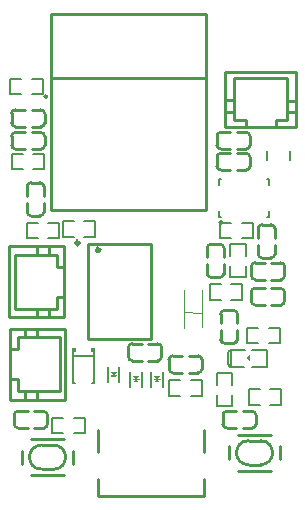
<source format=gto>
G04 Layer: TopSilkscreenLayer*
G04 EasyEDA v6.5.44, 2024-08-04 19:31:39*
G04 8096e950b96f4993ae864095ad5b81d7,d882a8cb847549dbb05e31b2b695811d,10*
G04 Gerber Generator version 0.2*
G04 Scale: 100 percent, Rotated: No, Reflected: No *
G04 Dimensions in inches *
G04 leading zeros omitted , absolute positions ,3 integer and 6 decimal *
%FSLAX36Y36*%
%MOIN*%

%ADD10C,0.0100*%
%ADD11C,0.0032*%
%ADD12C,0.0051*%
%ADD13C,0.0039*%
%ADD14C,0.0060*%
%ADD15C,0.0059*%
%ADD16C,0.0079*%
%ADD17C,0.0098*%
%ADD18C,0.0118*%
%ADD19C,0.0110*%

%LPD*%
G36*
X670000Y2420000D02*
G01*
X659000Y2411000D01*
X681000Y2411000D01*
G37*
G36*
X659000Y2429000D02*
G01*
X670000Y2420000D01*
X681000Y2429000D01*
G37*
G36*
X745000Y2405000D02*
G01*
X734000Y2396000D01*
X756000Y2396000D01*
G37*
G36*
X734000Y2414000D02*
G01*
X745000Y2405000D01*
X756000Y2414000D01*
G37*
G36*
X815000Y2405000D02*
G01*
X804000Y2396000D01*
X826000Y2396000D01*
G37*
G36*
X804000Y2414000D02*
G01*
X815000Y2405000D01*
X826000Y2414000D01*
G37*
G36*
X594900Y2508180D02*
G01*
X594900Y2496180D01*
X609460Y2496180D01*
X609460Y2508180D01*
G37*
G36*
X530540Y2508180D02*
G01*
X530540Y2496180D01*
X545100Y2496180D01*
X545100Y2508180D01*
G37*
G36*
X1124720Y2489160D02*
G01*
X1114500Y2475000D01*
X1124340Y2460820D01*
G37*
D10*
X829724Y2510738D02*
G01*
X829724Y2479241D01*
X786033Y2522937D02*
G01*
X817529Y2522937D01*
X786033Y2467046D02*
G01*
X817529Y2467046D01*
X763361Y2523166D02*
G01*
X731864Y2523166D01*
X719666Y2510969D02*
G01*
X719666Y2479474D01*
X763361Y2467276D02*
G01*
X731864Y2467276D01*
X964724Y2470738D02*
G01*
X964724Y2439241D01*
X921033Y2482937D02*
G01*
X952529Y2482937D01*
X921033Y2427046D02*
G01*
X952529Y2427046D01*
X898361Y2483166D02*
G01*
X866864Y2483166D01*
X854666Y2470969D02*
G01*
X854666Y2439474D01*
X898361Y2427276D02*
G01*
X866864Y2427276D01*
X449724Y2285738D02*
G01*
X449724Y2254241D01*
X406033Y2297937D02*
G01*
X437528Y2297937D01*
X406033Y2242046D02*
G01*
X437528Y2242046D01*
X383360Y2298166D02*
G01*
X351864Y2298166D01*
X339666Y2285969D02*
G01*
X339666Y2254474D01*
X383360Y2242276D02*
G01*
X351864Y2242276D01*
X1144724Y2285738D02*
G01*
X1144724Y2254241D01*
X1101033Y2297937D02*
G01*
X1132529Y2297937D01*
X1101033Y2242046D02*
G01*
X1132529Y2242046D01*
X1078361Y2298166D02*
G01*
X1046864Y2298166D01*
X1034666Y2285969D02*
G01*
X1034666Y2254474D01*
X1078361Y2242276D02*
G01*
X1046864Y2242276D01*
X394261Y3059724D02*
G01*
X425758Y3059724D01*
X382062Y3016033D02*
G01*
X382062Y3047528D01*
X437953Y3016033D02*
G01*
X437953Y3047528D01*
X381833Y2993361D02*
G01*
X381833Y2961864D01*
X394030Y2949666D02*
G01*
X425525Y2949666D01*
X437723Y2993361D02*
G01*
X437723Y2961864D01*
X330275Y3259261D02*
G01*
X330275Y3290758D01*
X373966Y3247062D02*
G01*
X342471Y3247062D01*
X373966Y3302953D02*
G01*
X342471Y3302953D01*
X396639Y3246833D02*
G01*
X428135Y3246833D01*
X440333Y3259031D02*
G01*
X440333Y3290526D01*
X396639Y3302723D02*
G01*
X428135Y3302723D01*
X330275Y3184261D02*
G01*
X330275Y3215758D01*
X373966Y3172062D02*
G01*
X342471Y3172062D01*
X373966Y3227953D02*
G01*
X342471Y3227953D01*
X396639Y3171833D02*
G01*
X428135Y3171833D01*
X440333Y3184031D02*
G01*
X440333Y3215526D01*
X396639Y3227723D02*
G01*
X428135Y3227723D01*
X1039260Y2634724D02*
G01*
X1070757Y2634724D01*
X1027061Y2591033D02*
G01*
X1027061Y2622528D01*
X1082953Y2591033D02*
G01*
X1082953Y2622528D01*
X1026832Y2568361D02*
G01*
X1026832Y2536864D01*
X1039031Y2524666D02*
G01*
X1070525Y2524666D01*
X1082722Y2568361D02*
G01*
X1082722Y2536864D01*
X994260Y2854724D02*
G01*
X1025757Y2854724D01*
X982061Y2811033D02*
G01*
X982061Y2842528D01*
X1037953Y2811033D02*
G01*
X1037953Y2842528D01*
X981832Y2788361D02*
G01*
X981832Y2756864D01*
X994031Y2744666D02*
G01*
X1025525Y2744666D01*
X1037722Y2788361D02*
G01*
X1037722Y2756864D01*
D11*
X966499Y2578000D02*
G01*
X966499Y2701999D01*
X903500Y2576999D02*
G01*
X903500Y2703000D01*
X966499Y2627264D02*
G01*
X903500Y2627411D01*
D10*
X1124724Y3215738D02*
G01*
X1124724Y3184241D01*
X1081033Y3227937D02*
G01*
X1112529Y3227937D01*
X1081033Y3172046D02*
G01*
X1112529Y3172046D01*
X1058361Y3228166D02*
G01*
X1026864Y3228166D01*
X1014666Y3215969D02*
G01*
X1014666Y3184474D01*
X1058361Y3172276D02*
G01*
X1026864Y3172276D01*
X1124724Y3145738D02*
G01*
X1124724Y3114241D01*
X1081033Y3157937D02*
G01*
X1112529Y3157937D01*
X1081033Y3102046D02*
G01*
X1112529Y3102046D01*
X1058361Y3158166D02*
G01*
X1026864Y3158166D01*
X1014666Y3145969D02*
G01*
X1014666Y3114474D01*
X1058361Y3102276D02*
G01*
X1026864Y3102276D01*
X1164260Y2919724D02*
G01*
X1195757Y2919724D01*
X1152061Y2876033D02*
G01*
X1152061Y2907528D01*
X1207953Y2876033D02*
G01*
X1207953Y2907528D01*
X1151832Y2853361D02*
G01*
X1151832Y2821864D01*
X1164031Y2809666D02*
G01*
X1195525Y2809666D01*
X1207722Y2853361D02*
G01*
X1207722Y2821864D01*
X1239724Y2780738D02*
G01*
X1239724Y2749241D01*
X1196033Y2792937D02*
G01*
X1227529Y2792937D01*
X1196033Y2737046D02*
G01*
X1227529Y2737046D01*
X1173361Y2793166D02*
G01*
X1141864Y2793166D01*
X1129666Y2780969D02*
G01*
X1129666Y2749474D01*
X1173361Y2737276D02*
G01*
X1141864Y2737276D01*
X1239724Y2695738D02*
G01*
X1239724Y2664241D01*
X1196033Y2707937D02*
G01*
X1227529Y2707937D01*
X1196033Y2652046D02*
G01*
X1227529Y2652046D01*
X1173361Y2708166D02*
G01*
X1141864Y2708166D01*
X1129666Y2695969D02*
G01*
X1129666Y2664474D01*
X1173361Y2652276D02*
G01*
X1141864Y2652276D01*
D12*
X689684Y2445590D02*
G01*
X689684Y2394409D01*
X650315Y2445590D02*
G01*
X650315Y2394409D01*
D13*
X679000Y2420000D02*
G01*
X660000Y2420000D01*
D12*
X764684Y2430590D02*
G01*
X764684Y2379409D01*
X725315Y2430590D02*
G01*
X725315Y2379409D01*
D13*
X754000Y2405000D02*
G01*
X735000Y2405000D01*
D12*
X834684Y2430590D02*
G01*
X834684Y2379409D01*
X795315Y2430590D02*
G01*
X795315Y2379409D01*
D13*
X823999Y2405000D02*
G01*
X805000Y2405000D01*
D14*
X606464Y2499180D02*
G01*
X606464Y2390819D01*
X606464Y2390819D02*
G01*
X596898Y2390819D01*
X533535Y2499180D02*
G01*
X533535Y2390819D01*
X533535Y2390819D02*
G01*
X543101Y2390819D01*
X606464Y2483063D02*
G01*
X533535Y2483063D01*
D15*
X1105433Y2446260D02*
G01*
X1060158Y2446260D01*
X1060158Y2503346D01*
X1107402Y2503346D01*
X1131810Y2503739D02*
G01*
X1180630Y2503739D01*
X1180630Y2446653D01*
X1131810Y2446653D01*
X1060158Y2446260D02*
G01*
X1058976Y2446260D01*
X1051102Y2454133D01*
X1051102Y2494290D01*
X1052283Y2495471D01*
X1060158Y2503346D01*
D14*
X1013991Y2353220D02*
G01*
X1013991Y2315468D01*
X1066008Y2315468D01*
X1066008Y2353220D01*
X1013991Y2386779D02*
G01*
X1013991Y2424531D01*
X1066008Y2424531D01*
X1066008Y2386779D01*
X893220Y2401008D02*
G01*
X855469Y2401008D01*
X855469Y2348991D01*
X893220Y2348991D01*
X926779Y2401008D02*
G01*
X964530Y2401008D01*
X964530Y2348991D01*
X926779Y2348991D01*
X536779Y2223991D02*
G01*
X574531Y2223991D01*
X574531Y2276008D01*
X536779Y2276008D01*
X503220Y2223991D02*
G01*
X465468Y2223991D01*
X465468Y2276008D01*
X503220Y2276008D01*
X1191779Y2318991D02*
G01*
X1229530Y2318991D01*
X1229530Y2371008D01*
X1191779Y2371008D01*
X1158220Y2318991D02*
G01*
X1120469Y2318991D01*
X1120469Y2371008D01*
X1158220Y2371008D01*
X368220Y3156008D02*
G01*
X330468Y3156008D01*
X330468Y3103991D01*
X368220Y3103991D01*
X401779Y3156008D02*
G01*
X439531Y3156008D01*
X439531Y3103991D01*
X401779Y3103991D01*
X363220Y3406008D02*
G01*
X325468Y3406008D01*
X325468Y3353991D01*
X363220Y3353991D01*
X396779Y3406008D02*
G01*
X434531Y3406008D01*
X434531Y3353991D01*
X396779Y3353991D01*
X538220Y2931008D02*
G01*
X500468Y2931008D01*
X500468Y2878991D01*
X538220Y2878991D01*
X571779Y2931008D02*
G01*
X609531Y2931008D01*
X609531Y2878991D01*
X571779Y2878991D01*
X451779Y2873991D02*
G01*
X489531Y2873991D01*
X489531Y2926008D01*
X451779Y2926008D01*
X418220Y2873991D02*
G01*
X380468Y2873991D01*
X380468Y2926008D01*
X418220Y2926008D01*
X1096779Y2873991D02*
G01*
X1134530Y2873991D01*
X1134530Y2926008D01*
X1096779Y2926008D01*
X1063220Y2873991D02*
G01*
X1025469Y2873991D01*
X1025469Y2926008D01*
X1063220Y2926008D01*
X1111008Y2816779D02*
G01*
X1111008Y2854531D01*
X1058991Y2854531D01*
X1058991Y2816779D01*
X1111008Y2783220D02*
G01*
X1111008Y2745468D01*
X1058991Y2745468D01*
X1058991Y2783220D01*
X1061779Y2668991D02*
G01*
X1099530Y2668991D01*
X1099530Y2721008D01*
X1061779Y2721008D01*
X1028220Y2668991D02*
G01*
X990469Y2668991D01*
X990469Y2721008D01*
X1028220Y2721008D01*
X1153220Y2576008D02*
G01*
X1115469Y2576008D01*
X1115469Y2523991D01*
X1153220Y2523991D01*
X1186779Y2576008D02*
G01*
X1224530Y2576008D01*
X1224530Y2523991D01*
X1186779Y2523991D01*
D10*
X430000Y2185000D02*
G01*
X470000Y2185000D01*
X430000Y2105000D02*
G01*
X470000Y2105000D01*
X536610Y2166410D02*
G01*
X536610Y2123589D01*
X503796Y2204994D02*
G01*
X396203Y2204994D01*
X363389Y2166410D02*
G01*
X363389Y2123589D01*
X395626Y2083980D02*
G01*
X504373Y2083980D01*
X1120000Y2200000D02*
G01*
X1160000Y2200000D01*
X1120000Y2120000D02*
G01*
X1160000Y2120000D01*
X1226610Y2181410D02*
G01*
X1226610Y2138589D01*
X1193796Y2219994D02*
G01*
X1086203Y2219994D01*
X1053389Y2181410D02*
G01*
X1053389Y2138589D01*
X1085626Y2098980D02*
G01*
X1194373Y2098980D01*
X979843Y2969528D02*
G01*
X979844Y3623072D01*
X979844Y3410471D02*
G01*
X460156Y3410471D01*
X460156Y3623072D02*
G01*
X979844Y3623072D01*
X460156Y2969528D02*
G01*
X460156Y3623072D01*
X460156Y2969528D02*
G01*
X979843Y2969528D01*
X795000Y2855000D02*
G01*
X585000Y2855000D01*
X585000Y2540000D01*
X795000Y2540000D01*
X795000Y2855000D01*
X350000Y2505039D02*
G01*
X324133Y2505039D01*
X350000Y2405000D02*
G01*
X324133Y2405000D01*
X350000Y2544409D02*
G01*
X350000Y2505039D01*
X350000Y2365590D02*
G01*
X350000Y2404960D01*
X490000Y2365590D02*
G01*
X490000Y2544409D01*
X324133Y2336889D02*
G01*
X324133Y2573110D01*
X414121Y2544409D02*
G01*
X414121Y2573110D01*
X375549Y2544409D02*
G01*
X375549Y2573110D01*
X490000Y2544409D02*
G01*
X350000Y2544409D01*
X324133Y2573110D02*
G01*
X509171Y2573110D01*
X374836Y2336889D02*
G01*
X374836Y2365590D01*
X413407Y2336889D02*
G01*
X413407Y2365590D01*
X350000Y2365590D02*
G01*
X490000Y2365590D01*
X509171Y2336889D02*
G01*
X509171Y2573110D01*
X324133Y2336889D02*
G01*
X509171Y2336889D01*
X480000Y2679960D02*
G01*
X505866Y2679960D01*
X480000Y2780000D02*
G01*
X505866Y2780000D01*
X480000Y2640590D02*
G01*
X480000Y2679960D01*
X480000Y2819409D02*
G01*
X480000Y2780039D01*
X340000Y2819409D02*
G01*
X340000Y2640590D01*
X505866Y2848110D02*
G01*
X505866Y2611889D01*
X415878Y2640590D02*
G01*
X415878Y2611889D01*
X454450Y2640590D02*
G01*
X454450Y2611889D01*
X340000Y2640590D02*
G01*
X480000Y2640590D01*
X505866Y2611889D02*
G01*
X320828Y2611889D01*
X455163Y2848110D02*
G01*
X455163Y2819409D01*
X416592Y2848110D02*
G01*
X416592Y2819409D01*
X480000Y2819409D02*
G01*
X340000Y2819409D01*
X320828Y2848110D02*
G01*
X320828Y2611889D01*
X505866Y2848110D02*
G01*
X320828Y2848110D01*
X1109961Y3270000D02*
G01*
X1109961Y3244133D01*
X1210000Y3270000D02*
G01*
X1210000Y3244133D01*
X1070591Y3270000D02*
G01*
X1109961Y3270000D01*
X1249408Y3270000D02*
G01*
X1210038Y3270000D01*
X1249408Y3410000D02*
G01*
X1070591Y3410000D01*
X1278109Y3244133D02*
G01*
X1041890Y3244133D01*
X1070591Y3334121D02*
G01*
X1041890Y3334121D01*
X1070591Y3295549D02*
G01*
X1041890Y3295549D01*
X1070591Y3410000D02*
G01*
X1070591Y3270000D01*
X1041890Y3244133D02*
G01*
X1041890Y3429171D01*
X1278109Y3294836D02*
G01*
X1249408Y3294836D01*
X1278109Y3333407D02*
G01*
X1249408Y3333407D01*
X1249408Y3270000D02*
G01*
X1249408Y3410000D01*
X1278109Y3429171D02*
G01*
X1041890Y3429171D01*
X1278109Y3244133D02*
G01*
X1278109Y3429171D01*
D16*
X1187677Y3053307D02*
G01*
X1187677Y3072991D01*
X1180983Y3072991D01*
X1187677Y2966693D02*
G01*
X1187677Y2947008D01*
X1180983Y2947008D01*
X1022322Y3053307D02*
G01*
X1022322Y3072991D01*
X1029016Y3072991D01*
X1029016Y2947008D02*
G01*
X1022322Y2947008D01*
X1022322Y2966693D01*
X1259369Y3164522D02*
G01*
X1259369Y3135477D01*
X1180630Y3164522D02*
G01*
X1180630Y3135477D01*
D10*
X619056Y2160839D02*
G01*
X619056Y2234182D01*
X971023Y2014447D02*
G01*
X619056Y2014447D01*
X619056Y2072766D01*
X971023Y2160826D02*
G01*
X971023Y2234196D01*
X971023Y2014447D02*
G01*
X971023Y2072779D01*
G75*
G01*
X719665Y2510969D02*
G02*
X731863Y2523167I12198J0D01*
G75*
G01*
X731863Y2467275D02*
G02*
X719665Y2479474I0J12198D01*
G75*
G01*
X817527Y2522938D02*
G02*
X829725Y2510739I0J-12198D01*
G75*
G01*
X829725Y2479244D02*
G02*
X817527Y2467046I-12198J0D01*
G75*
G01*
X854665Y2470969D02*
G02*
X866863Y2483167I12198J0D01*
G75*
G01*
X866863Y2427275D02*
G02*
X854665Y2439474I0J12198D01*
G75*
G01*
X952527Y2482938D02*
G02*
X964725Y2470739I0J-12198D01*
G75*
G01*
X964725Y2439244D02*
G02*
X952527Y2427046I-12198J0D01*
G75*
G01*
X339665Y2285969D02*
G02*
X351863Y2298167I12198J0D01*
G75*
G01*
X351863Y2242275D02*
G02*
X339665Y2254474I0J12198D01*
G75*
G01*
X437527Y2297938D02*
G02*
X449725Y2285739I0J-12198D01*
G75*
G01*
X449725Y2254244D02*
G02*
X437527Y2242046I-12198J0D01*
G75*
G01*
X1034665Y2285969D02*
G02*
X1046863Y2298167I12198J0D01*
G75*
G01*
X1046863Y2242275D02*
G02*
X1034665Y2254474I0J12198D01*
G75*
G01*
X1132527Y2297938D02*
G02*
X1144725Y2285739I0J-12198D01*
G75*
G01*
X1144725Y2254244D02*
G02*
X1132527Y2242046I-12198J0D01*
G75*
G01*
X394031Y2949665D02*
G02*
X381833Y2961863I0J12198D01*
G75*
G01*
X437725Y2961863D02*
G02*
X425526Y2949665I-12198J0D01*
G75*
G01*
X382062Y3047527D02*
G02*
X394261Y3059725I12198J0D01*
G75*
G01*
X425756Y3059725D02*
G02*
X437954Y3047527I0J-12198D01*
G75*
G01*
X440335Y3259031D02*
G02*
X428137Y3246833I-12198J0D01*
G75*
G01*
X428137Y3302725D02*
G02*
X440335Y3290526I0J-12198D01*
G75*
G01*
X342473Y3247062D02*
G02*
X330275Y3259261I0J12198D01*
G75*
G01*
X330275Y3290756D02*
G02*
X342473Y3302954I12198J0D01*
G75*
G01*
X440335Y3184031D02*
G02*
X428137Y3171833I-12198J0D01*
G75*
G01*
X428137Y3227725D02*
G02*
X440335Y3215526I0J-12198D01*
G75*
G01*
X342473Y3172062D02*
G02*
X330275Y3184261I0J12198D01*
G75*
G01*
X330275Y3215756D02*
G02*
X342473Y3227954I12198J0D01*
G75*
G01*
X1039031Y2524665D02*
G02*
X1026833Y2536863I0J12198D01*
G75*
G01*
X1082725Y2536863D02*
G02*
X1070526Y2524665I-12198J0D01*
G75*
G01*
X1027062Y2622527D02*
G02*
X1039261Y2634725I12198J0D01*
G75*
G01*
X1070756Y2634725D02*
G02*
X1082954Y2622527I0J-12198D01*
G75*
G01*
X994031Y2744665D02*
G02*
X981833Y2756863I0J12198D01*
G75*
G01*
X1037725Y2756863D02*
G02*
X1025526Y2744665I-12198J0D01*
G75*
G01*
X982062Y2842527D02*
G02*
X994261Y2854725I12198J0D01*
G75*
G01*
X1025756Y2854725D02*
G02*
X1037954Y2842527I0J-12198D01*
G75*
G01*
X1014665Y3215969D02*
G02*
X1026863Y3228167I12198J0D01*
G75*
G01*
X1026863Y3172275D02*
G02*
X1014665Y3184474I0J12198D01*
G75*
G01*
X1112527Y3227938D02*
G02*
X1124725Y3215739I0J-12198D01*
G75*
G01*
X1124725Y3184244D02*
G02*
X1112527Y3172046I-12198J0D01*
G75*
G01*
X1014665Y3145969D02*
G02*
X1026863Y3158167I12198J0D01*
G75*
G01*
X1026863Y3102275D02*
G02*
X1014665Y3114474I0J12198D01*
G75*
G01*
X1112527Y3157938D02*
G02*
X1124725Y3145739I0J-12198D01*
G75*
G01*
X1124725Y3114244D02*
G02*
X1112527Y3102046I-12198J0D01*
G75*
G01*
X1164031Y2809665D02*
G02*
X1151833Y2821863I0J12198D01*
G75*
G01*
X1207725Y2821863D02*
G02*
X1195526Y2809665I-12198J0D01*
G75*
G01*
X1152062Y2907527D02*
G02*
X1164261Y2919725I12198J0D01*
G75*
G01*
X1195756Y2919725D02*
G02*
X1207954Y2907527I0J-12198D01*
G75*
G01*
X1129665Y2780969D02*
G02*
X1141863Y2793167I12198J0D01*
G75*
G01*
X1141863Y2737275D02*
G02*
X1129665Y2749474I0J12198D01*
G75*
G01*
X1227527Y2792938D02*
G02*
X1239725Y2780739I0J-12198D01*
G75*
G01*
X1239725Y2749244D02*
G02*
X1227527Y2737046I-12198J0D01*
G75*
G01*
X1129665Y2695969D02*
G02*
X1141863Y2708167I12198J0D01*
G75*
G01*
X1141863Y2652275D02*
G02*
X1129665Y2664474I0J12198D01*
G75*
G01*
X1227527Y2707938D02*
G02*
X1239725Y2695739I0J-12198D01*
G75*
G01*
X1239725Y2664244D02*
G02*
X1227527Y2652046I-12198J0D01*
G75*
G01*
X470000Y2185000D02*
G02*
X470000Y2105000I0J-40000D01*
G75*
G01*
X430000Y2105000D02*
G02*
X430000Y2185000I0J40000D01*
G75*
G01*
X1160000Y2200000D02*
G02*
X1160000Y2120000I0J-40000D01*
G75*
G01*
X1120000Y2120000D02*
G02*
X1120000Y2200000I0J40000D01*
D17*
G75*
G01*
X1028200Y2932200D02*
G03*
X1028300Y2932200I50J-4921D01*
D10*
G75*
G01
X448350Y3347480D02*
G03X448350Y3347480I-3940J0D01*
D18*
G75*
G01
X624300Y2835750D02*
G03X624300Y2835750I-5910J0D01*
G75*
G01
X555670Y2859620D02*
G03X555670Y2859620I-5910J0D01*
M02*

</source>
